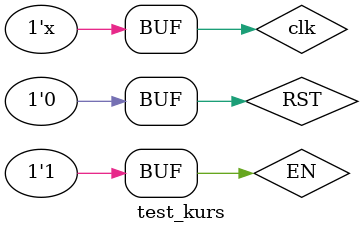
<source format=v>
`timescale 1ns / 1ps

module test_kurs;

reg clk, EN, RST;
	
wire [3:0] chet;
wire [3:0] one_zero_0;
wire one_two, one_ten_0, zero_five_3, zero_five_1, zero_five_2;

Kurs kursach(clk, EN, RST, chet, one_two, one_ten_0,zero_five_3, zero_five_1, zero_five_2,one_zero_0 );

initial begin
clk = 1;
EN = 1;
RST = 0;
end

always #10 clk = ~clk;

endmodule

</source>
